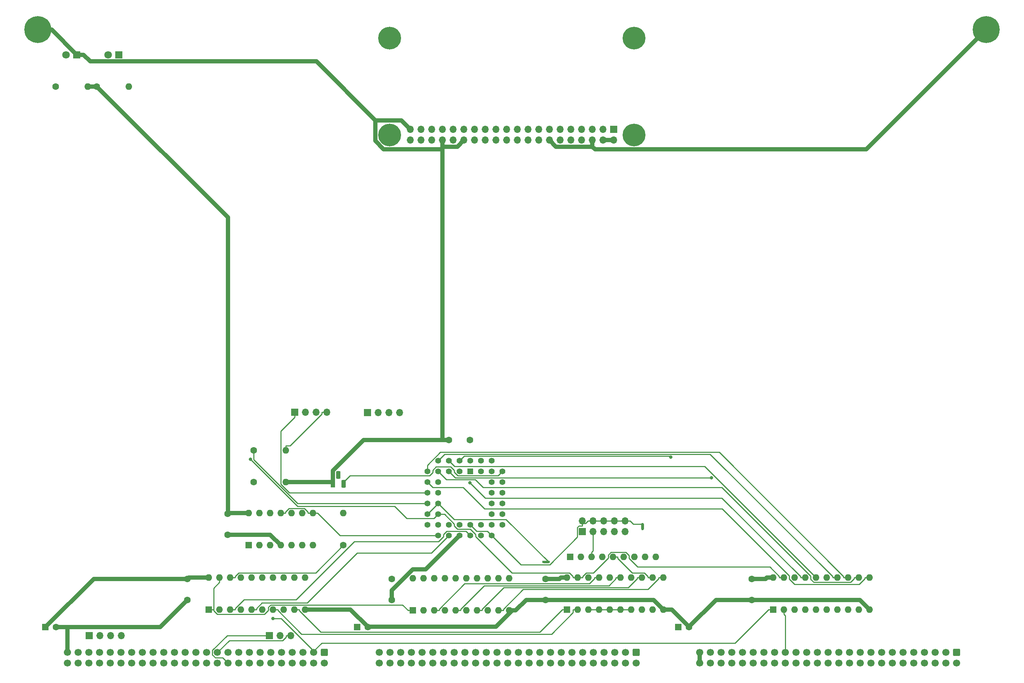
<source format=gbr>
%TF.GenerationSoftware,KiCad,Pcbnew,(6.0.11)*%
%TF.CreationDate,2023-12-17T12:14:55-05:00*%
%TF.ProjectId,input-output.SelfHost,696e7075-742d-46f7-9574-7075742e5365,rev?*%
%TF.SameCoordinates,Original*%
%TF.FileFunction,Copper,L1,Top*%
%TF.FilePolarity,Positive*%
%FSLAX46Y46*%
G04 Gerber Fmt 4.6, Leading zero omitted, Abs format (unit mm)*
G04 Created by KiCad (PCBNEW (6.0.11)) date 2023-12-17 12:14:55*
%MOMM*%
%LPD*%
G01*
G04 APERTURE LIST*
G04 Aperture macros list*
%AMRoundRect*
0 Rectangle with rounded corners*
0 $1 Rounding radius*
0 $2 $3 $4 $5 $6 $7 $8 $9 X,Y pos of 4 corners*
0 Add a 4 corners polygon primitive as box body*
4,1,4,$2,$3,$4,$5,$6,$7,$8,$9,$2,$3,0*
0 Add four circle primitives for the rounded corners*
1,1,$1+$1,$2,$3*
1,1,$1+$1,$4,$5*
1,1,$1+$1,$6,$7*
1,1,$1+$1,$8,$9*
0 Add four rect primitives between the rounded corners*
20,1,$1+$1,$2,$3,$4,$5,0*
20,1,$1+$1,$4,$5,$6,$7,0*
20,1,$1+$1,$6,$7,$8,$9,0*
20,1,$1+$1,$8,$9,$2,$3,0*%
G04 Aperture macros list end*
%TA.AperFunction,ComponentPad*%
%ADD10C,6.400000*%
%TD*%
%TA.AperFunction,ComponentPad*%
%ADD11RoundRect,0.250000X-0.600000X0.600000X-0.600000X-0.600000X0.600000X-0.600000X0.600000X0.600000X0*%
%TD*%
%TA.AperFunction,ComponentPad*%
%ADD12C,1.700000*%
%TD*%
%TA.AperFunction,ComponentPad*%
%ADD13R,1.700000X1.700000*%
%TD*%
%TA.AperFunction,ComponentPad*%
%ADD14O,1.700000X1.700000*%
%TD*%
%TA.AperFunction,ComponentPad*%
%ADD15C,5.400000*%
%TD*%
%TA.AperFunction,ComponentPad*%
%ADD16C,1.600000*%
%TD*%
%TA.AperFunction,ComponentPad*%
%ADD17O,1.600000X1.600000*%
%TD*%
%TA.AperFunction,ComponentPad*%
%ADD18R,1.600000X1.600000*%
%TD*%
%TA.AperFunction,ComponentPad*%
%ADD19R,1.800000X1.800000*%
%TD*%
%TA.AperFunction,ComponentPad*%
%ADD20C,1.800000*%
%TD*%
%TA.AperFunction,ComponentPad*%
%ADD21C,0.600000*%
%TD*%
%TA.AperFunction,ComponentPad*%
%ADD22R,1.422400X1.422400*%
%TD*%
%TA.AperFunction,ComponentPad*%
%ADD23C,1.422400*%
%TD*%
%TA.AperFunction,ComponentPad*%
%ADD24R,1.100000X1.800000*%
%TD*%
%TA.AperFunction,ComponentPad*%
%ADD25RoundRect,0.275000X-0.275000X-0.625000X0.275000X-0.625000X0.275000X0.625000X-0.275000X0.625000X0*%
%TD*%
%TA.AperFunction,ViaPad*%
%ADD26C,0.800000*%
%TD*%
%TA.AperFunction,Conductor*%
%ADD27C,0.250000*%
%TD*%
%TA.AperFunction,Conductor*%
%ADD28C,1.000000*%
%TD*%
G04 APERTURE END LIST*
%TO.C,NT1*%
G36*
X161200000Y-201800000D02*
G01*
X160000000Y-201800000D01*
X160000000Y-201200000D01*
X161200000Y-201200000D01*
X161200000Y-201800000D01*
G37*
%TO.C,NT2*%
G36*
X183800000Y-193700000D02*
G01*
X183200000Y-193700000D01*
X183200000Y-192500000D01*
X183800000Y-192500000D01*
X183800000Y-193700000D01*
G37*
%TD*%
D10*
%TO.P,H2,1,1*%
%TO.N,GND*%
X265000000Y-75000000D03*
%TD*%
%TO.P,H1,1,1*%
%TO.N,GND*%
X40000000Y-75000000D03*
%TD*%
D11*
%TO.P,P2,1,Pin_1*%
%TO.N,VCC*%
X182000000Y-223000000D03*
D12*
%TO.P,P2,2,Pin_2*%
X182000000Y-225540000D03*
%TO.P,P2,3,Pin_3*%
%TO.N,/bus/A15*%
X179460000Y-223000000D03*
%TO.P,P2,4,Pin_4*%
%TO.N,/bus/A31*%
X179460000Y-225540000D03*
%TO.P,P2,5,Pin_5*%
%TO.N,/bus/A14*%
X176920000Y-223000000D03*
%TO.P,P2,6,Pin_6*%
%TO.N,/bus/A30*%
X176920000Y-225540000D03*
%TO.P,P2,7,Pin_7*%
%TO.N,/bus/A13*%
X174380000Y-223000000D03*
%TO.P,P2,8,Pin_8*%
%TO.N,/bus/A29*%
X174380000Y-225540000D03*
%TO.P,P2,9,Pin_9*%
%TO.N,/bus/A12*%
X171840000Y-223000000D03*
%TO.P,P2,10,Pin_10*%
%TO.N,/bus/A28*%
X171840000Y-225540000D03*
%TO.P,P2,11,Pin_11*%
%TO.N,/bus/A11*%
X169300000Y-223000000D03*
%TO.P,P2,12,Pin_12*%
%TO.N,/bus/A27*%
X169300000Y-225540000D03*
%TO.P,P2,13,Pin_13*%
%TO.N,/bus/A10*%
X166760000Y-223000000D03*
%TO.P,P2,14,Pin_14*%
%TO.N,/bus/A26*%
X166760000Y-225540000D03*
%TO.P,P2,15,Pin_15*%
%TO.N,/bus/A9*%
X164220000Y-223000000D03*
%TO.P,P2,16,Pin_16*%
%TO.N,/bus/A25*%
X164220000Y-225540000D03*
%TO.P,P2,17,Pin_17*%
%TO.N,/bus/A8*%
X161680000Y-223000000D03*
%TO.P,P2,18,Pin_18*%
%TO.N,/bus/A24*%
X161680000Y-225540000D03*
%TO.P,P2,19,Pin_19*%
%TO.N,+12V*%
X159140000Y-223000000D03*
%TO.P,P2,20,Pin_20*%
X159140000Y-225540000D03*
%TO.P,P2,21,Pin_21*%
%TO.N,A7*%
X156600000Y-223000000D03*
%TO.P,P2,22,Pin_22*%
%TO.N,/bus/A23*%
X156600000Y-225540000D03*
%TO.P,P2,23,Pin_23*%
%TO.N,A6*%
X154060000Y-223000000D03*
%TO.P,P2,24,Pin_24*%
%TO.N,/bus/A22*%
X154060000Y-225540000D03*
%TO.P,P2,25,Pin_25*%
%TO.N,A5*%
X151520000Y-223000000D03*
%TO.P,P2,26,Pin_26*%
%TO.N,/bus/A21*%
X151520000Y-225540000D03*
%TO.P,P2,27,Pin_27*%
%TO.N,A4*%
X148980000Y-223000000D03*
%TO.P,P2,28,Pin_28*%
%TO.N,/bus/A20*%
X148980000Y-225540000D03*
%TO.P,P2,29,Pin_29*%
%TO.N,A3*%
X146440000Y-223000000D03*
%TO.P,P2,30,Pin_30*%
%TO.N,/bus/A19*%
X146440000Y-225540000D03*
%TO.P,P2,31,Pin_31*%
%TO.N,A2*%
X143900000Y-223000000D03*
%TO.P,P2,32,Pin_32*%
%TO.N,/bus/A18*%
X143900000Y-225540000D03*
%TO.P,P2,33,Pin_33*%
%TO.N,A1*%
X141360000Y-223000000D03*
%TO.P,P2,34,Pin_34*%
%TO.N,/bus/A17*%
X141360000Y-225540000D03*
%TO.P,P2,35,Pin_35*%
%TO.N,A0*%
X138820000Y-223000000D03*
%TO.P,P2,36,Pin_36*%
%TO.N,/bus/A16*%
X138820000Y-225540000D03*
%TO.P,P2,37,Pin_37*%
%TO.N,-12V*%
X136280000Y-223000000D03*
%TO.P,P2,38,Pin_38*%
X136280000Y-225540000D03*
%TO.P,P2,39,Pin_39*%
%TO.N,/bus/IC3*%
X133740000Y-223000000D03*
%TO.P,P2,40,Pin_40*%
%TO.N,/bus/~{TEND1}*%
X133740000Y-225540000D03*
%TO.P,P2,41,Pin_41*%
%TO.N,/bus/IC2*%
X131200000Y-223000000D03*
%TO.P,P2,42,Pin_42*%
%TO.N,/bus/~{DREQ1}*%
X131200000Y-225540000D03*
%TO.P,P2,43,Pin_43*%
%TO.N,/bus/IC1*%
X128660000Y-223000000D03*
%TO.P,P2,44,Pin_44*%
%TO.N,/bus/~{TEND0}*%
X128660000Y-225540000D03*
%TO.P,P2,45,Pin_45*%
%TO.N,/bus/IC0*%
X126120000Y-223000000D03*
%TO.P,P2,46,Pin_46*%
%TO.N,/bus/~{DREQ0}*%
X126120000Y-225540000D03*
%TO.P,P2,47,Pin_47*%
%TO.N,/bus/AUXCLK1*%
X123580000Y-223000000D03*
%TO.P,P2,48,Pin_48*%
%TO.N,/bus/AUXCLK0*%
X123580000Y-225540000D03*
%TO.P,P2,49,Pin_49*%
%TO.N,GND*%
X121040000Y-223000000D03*
%TO.P,P2,50,Pin_50*%
X121040000Y-225540000D03*
%TD*%
D11*
%TO.P,P3,1,Pin_1*%
%TO.N,VCC*%
X258000000Y-223000000D03*
D12*
%TO.P,P3,2,Pin_2*%
X258000000Y-225540000D03*
%TO.P,P3,3,Pin_3*%
%TO.N,/bus/D15*%
X255460000Y-223000000D03*
%TO.P,P3,4,Pin_4*%
%TO.N,/bus/D31*%
X255460000Y-225540000D03*
%TO.P,P3,5,Pin_5*%
%TO.N,/bus/D14*%
X252920000Y-223000000D03*
%TO.P,P3,6,Pin_6*%
%TO.N,/bus/D30*%
X252920000Y-225540000D03*
%TO.P,P3,7,Pin_7*%
%TO.N,/bus/D13*%
X250380000Y-223000000D03*
%TO.P,P3,8,Pin_8*%
%TO.N,/bus/D29*%
X250380000Y-225540000D03*
%TO.P,P3,9,Pin_9*%
%TO.N,/bus/D12*%
X247840000Y-223000000D03*
%TO.P,P3,10,Pin_10*%
%TO.N,/bus/D28*%
X247840000Y-225540000D03*
%TO.P,P3,11,Pin_11*%
%TO.N,/bus/D11*%
X245300000Y-223000000D03*
%TO.P,P3,12,Pin_12*%
%TO.N,/bus/D27*%
X245300000Y-225540000D03*
%TO.P,P3,13,Pin_13*%
%TO.N,/bus/D10*%
X242760000Y-223000000D03*
%TO.P,P3,14,Pin_14*%
%TO.N,/bus/D26*%
X242760000Y-225540000D03*
%TO.P,P3,15,Pin_15*%
%TO.N,/bus/D9*%
X240220000Y-223000000D03*
%TO.P,P3,16,Pin_16*%
%TO.N,/bus/D25*%
X240220000Y-225540000D03*
%TO.P,P3,17,Pin_17*%
%TO.N,/bus/D8*%
X237680000Y-223000000D03*
%TO.P,P3,18,Pin_18*%
%TO.N,/bus/D24*%
X237680000Y-225540000D03*
%TO.P,P3,19,Pin_19*%
%TO.N,D7*%
X235140000Y-223000000D03*
%TO.P,P3,20,Pin_20*%
%TO.N,/bus/D23*%
X235140000Y-225540000D03*
%TO.P,P3,21,Pin_21*%
%TO.N,D6*%
X232600000Y-223000000D03*
%TO.P,P3,22,Pin_22*%
%TO.N,/bus/D22*%
X232600000Y-225540000D03*
%TO.P,P3,23,Pin_23*%
%TO.N,D5*%
X230060000Y-223000000D03*
%TO.P,P3,24,Pin_24*%
%TO.N,/bus/D21*%
X230060000Y-225540000D03*
%TO.P,P3,25,Pin_25*%
%TO.N,D4*%
X227520000Y-223000000D03*
%TO.P,P3,26,Pin_26*%
%TO.N,/bus/D20*%
X227520000Y-225540000D03*
%TO.P,P3,27,Pin_27*%
%TO.N,D3*%
X224980000Y-223000000D03*
%TO.P,P3,28,Pin_28*%
%TO.N,/bus/D19*%
X224980000Y-225540000D03*
%TO.P,P3,29,Pin_29*%
%TO.N,D2*%
X222440000Y-223000000D03*
%TO.P,P3,30,Pin_30*%
%TO.N,/bus/D18*%
X222440000Y-225540000D03*
%TO.P,P3,31,Pin_31*%
%TO.N,D1*%
X219900000Y-223000000D03*
%TO.P,P3,32,Pin_32*%
%TO.N,/bus/D17*%
X219900000Y-225540000D03*
%TO.P,P3,33,Pin_33*%
%TO.N,D0*%
X217360000Y-223000000D03*
%TO.P,P3,34,Pin_34*%
%TO.N,/bus/D16*%
X217360000Y-225540000D03*
%TO.P,P3,35,Pin_35*%
%TO.N,/bus/~{BUSERR}*%
X214820000Y-223000000D03*
%TO.P,P3,36,Pin_36*%
%TO.N,/bus/UDS*%
X214820000Y-225540000D03*
%TO.P,P3,37,Pin_37*%
%TO.N,/bus/~{VPA}*%
X212280000Y-223000000D03*
%TO.P,P3,38,Pin_38*%
%TO.N,/bus/LDS*%
X212280000Y-225540000D03*
%TO.P,P3,39,Pin_39*%
%TO.N,/bus/~{VMA}*%
X209740000Y-223000000D03*
%TO.P,P3,40,Pin_40*%
%TO.N,/bus/S2*%
X209740000Y-225540000D03*
%TO.P,P3,41,Pin_41*%
%TO.N,/bus/~{BHE}*%
X207200000Y-223000000D03*
%TO.P,P3,42,Pin_42*%
%TO.N,/bus/S1*%
X207200000Y-225540000D03*
%TO.P,P3,43,Pin_43*%
%TO.N,/bus/IPL2*%
X204660000Y-223000000D03*
%TO.P,P3,44,Pin_44*%
%TO.N,/bus/S0*%
X204660000Y-225540000D03*
%TO.P,P3,45,Pin_45*%
%TO.N,/bus/IPL1*%
X202120000Y-223000000D03*
%TO.P,P3,46,Pin_46*%
%TO.N,/bus/AUXCLK3*%
X202120000Y-225540000D03*
%TO.P,P3,47,Pin_47*%
%TO.N,/bus/IPL0*%
X199580000Y-223000000D03*
%TO.P,P3,48,Pin_48*%
%TO.N,/bus/AUXCLK2*%
X199580000Y-225540000D03*
%TO.P,P3,49,Pin_49*%
%TO.N,GND*%
X197040000Y-223000000D03*
%TO.P,P3,50,Pin_50*%
X197040000Y-225540000D03*
%TD*%
D11*
%TO.P,P1,1,Pin_1*%
%TO.N,VCC*%
X108000000Y-223000000D03*
D12*
%TO.P,P1,2,Pin_2*%
X108000000Y-225540000D03*
%TO.P,P1,3,Pin_3*%
%TO.N,~{RD}*%
X105460000Y-223000000D03*
%TO.P,P1,4,Pin_4*%
%TO.N,/bus/E*%
X105460000Y-225540000D03*
%TO.P,P1,5,Pin_5*%
%TO.N,~{WR}*%
X102920000Y-223000000D03*
%TO.P,P1,6,Pin_6*%
%TO.N,/bus/ST*%
X102920000Y-225540000D03*
%TO.P,P1,7,Pin_7*%
%TO.N,~{IORQ}*%
X100380000Y-223000000D03*
%TO.P,P1,8,Pin_8*%
%TO.N,/bus/PHI*%
X100380000Y-225540000D03*
%TO.P,P1,9,Pin_9*%
%TO.N,/bus/~{MREQ}*%
X97840000Y-223000000D03*
%TO.P,P1,10,Pin_10*%
%TO.N,/bus/~{INT2}*%
X97840000Y-225540000D03*
%TO.P,P1,11,Pin_11*%
%TO.N,~{M1}*%
X95300000Y-223000000D03*
%TO.P,P1,12,Pin_12*%
%TO.N,/bus/~{INT1}*%
X95300000Y-225540000D03*
%TO.P,P1,13,Pin_13*%
%TO.N,/bus/~{BUSACK}*%
X92760000Y-223000000D03*
%TO.P,P1,14,Pin_14*%
%TO.N,/bus/CRUCLK*%
X92760000Y-225540000D03*
%TO.P,P1,15,Pin_15*%
%TO.N,/bus/CLK*%
X90220000Y-223000000D03*
%TO.P,P1,16,Pin_16*%
%TO.N,/bus/CRUOUT*%
X90220000Y-225540000D03*
%TO.P,P1,17,Pin_17*%
%TO.N,/bus/~{INT0}*%
X87680000Y-223000000D03*
%TO.P,P1,18,Pin_18*%
%TO.N,/bus/CRUIN*%
X87680000Y-225540000D03*
%TO.P,P1,19,Pin_19*%
%TO.N,/bus/~{NMI}*%
X85140000Y-223000000D03*
%TO.P,P1,20,Pin_20*%
%TO.N,~{RES_IN}*%
X85140000Y-225540000D03*
%TO.P,P1,21,Pin_21*%
%TO.N,~{RES_OUT}*%
X82600000Y-223000000D03*
%TO.P,P1,22,Pin_22*%
%TO.N,/bus/USER8*%
X82600000Y-225540000D03*
%TO.P,P1,23,Pin_23*%
%TO.N,/bus/~{BUSRQ}*%
X80060000Y-223000000D03*
%TO.P,P1,24,Pin_24*%
%TO.N,/bus/USER7*%
X80060000Y-225540000D03*
%TO.P,P1,25,Pin_25*%
%TO.N,/bus/~{WAIT}*%
X77520000Y-223000000D03*
%TO.P,P1,26,Pin_26*%
%TO.N,/bus/USER6*%
X77520000Y-225540000D03*
%TO.P,P1,27,Pin_27*%
%TO.N,/bus/~{HALT}*%
X74980000Y-223000000D03*
%TO.P,P1,28,Pin_28*%
%TO.N,/bus/USER5*%
X74980000Y-225540000D03*
%TO.P,P1,29,Pin_29*%
%TO.N,/bus/~{RFSH}*%
X72440000Y-223000000D03*
%TO.P,P1,30,Pin_30*%
%TO.N,/bus/USER4*%
X72440000Y-225540000D03*
%TO.P,P1,31,Pin_31*%
%TO.N,/bus/~{EIRQ7}*%
X69900000Y-223000000D03*
%TO.P,P1,32,Pin_32*%
%TO.N,/bus/USER3*%
X69900000Y-225540000D03*
%TO.P,P1,33,Pin_33*%
%TO.N,/bus/~{EIRQ6}*%
X67360000Y-223000000D03*
%TO.P,P1,34,Pin_34*%
%TO.N,/bus/USER2*%
X67360000Y-225540000D03*
%TO.P,P1,35,Pin_35*%
%TO.N,/bus/~{EIRQ5}*%
X64820000Y-223000000D03*
%TO.P,P1,36,Pin_36*%
%TO.N,/bus/USER1*%
X64820000Y-225540000D03*
%TO.P,P1,37,Pin_37*%
%TO.N,/bus/~{EIRQ4}*%
X62280000Y-223000000D03*
%TO.P,P1,38,Pin_38*%
%TO.N,/bus/USER0*%
X62280000Y-225540000D03*
%TO.P,P1,39,Pin_39*%
%TO.N,/bus/~{EIRQ3}*%
X59740000Y-223000000D03*
%TO.P,P1,40,Pin_40*%
%TO.N,~{BAI}*%
X59740000Y-225540000D03*
%TO.P,P1,41,Pin_41*%
%TO.N,/bus/~{EIRQ2}*%
X57200000Y-223000000D03*
%TO.P,P1,42,Pin_42*%
%TO.N,~{BAO}*%
X57200000Y-225540000D03*
%TO.P,P1,43,Pin_43*%
%TO.N,/bus/~{EIRQ1}*%
X54660000Y-223000000D03*
%TO.P,P1,44,Pin_44*%
%TO.N,~{IEI}*%
X54660000Y-225540000D03*
%TO.P,P1,45,Pin_45*%
%TO.N,/bus/~{EIRQ0}*%
X52120000Y-223000000D03*
%TO.P,P1,46,Pin_46*%
%TO.N,~{IEO}*%
X52120000Y-225540000D03*
%TO.P,P1,47,Pin_47*%
%TO.N,I2C_SCL*%
X49580000Y-223000000D03*
%TO.P,P1,48,Pin_48*%
%TO.N,I2C_SDA*%
X49580000Y-225540000D03*
%TO.P,P1,49,Pin_49*%
%TO.N,GND*%
X47040000Y-223000000D03*
%TO.P,P1,50,Pin_50*%
X47040000Y-225540000D03*
%TD*%
D13*
%TO.P,J1,1,Pin_1*%
%TO.N,unconnected-(J1-Pad1)*%
X176650000Y-98700000D03*
D14*
%TO.P,J1,2,Pin_2*%
%TO.N,VCC*%
X176650000Y-101240000D03*
%TO.P,J1,3,Pin_3*%
%TO.N,Net-(J1-Pad3)*%
X174110000Y-98700000D03*
%TO.P,J1,4,Pin_4*%
%TO.N,VCC*%
X174110000Y-101240000D03*
%TO.P,J1,5,Pin_5*%
%TO.N,Net-(J1-Pad5)*%
X171570000Y-98700000D03*
%TO.P,J1,6,Pin_6*%
%TO.N,GND*%
X171570000Y-101240000D03*
%TO.P,J1,7,Pin_7*%
%TO.N,unconnected-(J1-Pad7)*%
X169030000Y-98700000D03*
%TO.P,J1,8,Pin_8*%
%TO.N,Net-(J1-Pad8)*%
X169030000Y-101240000D03*
%TO.P,J1,9,Pin_9*%
%TO.N,GND*%
X166490000Y-98700000D03*
%TO.P,J1,10,Pin_10*%
%TO.N,Net-(J1-Pad10)*%
X166490000Y-101240000D03*
%TO.P,J1,11,Pin_11*%
%TO.N,unconnected-(J1-Pad11)*%
X163950000Y-98700000D03*
%TO.P,J1,12,Pin_12*%
%TO.N,unconnected-(J1-Pad12)*%
X163950000Y-101240000D03*
%TO.P,J1,13,Pin_13*%
%TO.N,unconnected-(J1-Pad13)*%
X161410000Y-98700000D03*
%TO.P,J1,14,Pin_14*%
%TO.N,GND*%
X161410000Y-101240000D03*
%TO.P,J1,15,Pin_15*%
%TO.N,unconnected-(J1-Pad15)*%
X158870000Y-98700000D03*
%TO.P,J1,16,Pin_16*%
%TO.N,unconnected-(J1-Pad16)*%
X158870000Y-101240000D03*
%TO.P,J1,17,Pin_17*%
%TO.N,unconnected-(J1-Pad17)*%
X156330000Y-98700000D03*
%TO.P,J1,18,Pin_18*%
%TO.N,unconnected-(J1-Pad18)*%
X156330000Y-101240000D03*
%TO.P,J1,19,Pin_19*%
%TO.N,unconnected-(J1-Pad19)*%
X153790000Y-98700000D03*
%TO.P,J1,20,Pin_20*%
%TO.N,GND*%
X153790000Y-101240000D03*
%TO.P,J1,21,Pin_21*%
%TO.N,unconnected-(J1-Pad21)*%
X151250000Y-98700000D03*
%TO.P,J1,22,Pin_22*%
%TO.N,unconnected-(J1-Pad22)*%
X151250000Y-101240000D03*
%TO.P,J1,23,Pin_23*%
%TO.N,unconnected-(J1-Pad23)*%
X148710000Y-98700000D03*
%TO.P,J1,24,Pin_24*%
%TO.N,unconnected-(J1-Pad24)*%
X148710000Y-101240000D03*
%TO.P,J1,25,Pin_25*%
%TO.N,GND*%
X146170000Y-98700000D03*
%TO.P,J1,26,Pin_26*%
%TO.N,unconnected-(J1-Pad26)*%
X146170000Y-101240000D03*
%TO.P,J1,27,Pin_27*%
%TO.N,unconnected-(J1-Pad27)*%
X143630000Y-98700000D03*
%TO.P,J1,28,Pin_28*%
%TO.N,unconnected-(J1-Pad28)*%
X143630000Y-101240000D03*
%TO.P,J1,29,Pin_29*%
%TO.N,unconnected-(J1-Pad29)*%
X141090000Y-98700000D03*
%TO.P,J1,30,Pin_30*%
%TO.N,GND*%
X141090000Y-101240000D03*
%TO.P,J1,31,Pin_31*%
%TO.N,unconnected-(J1-Pad31)*%
X138550000Y-98700000D03*
%TO.P,J1,32,Pin_32*%
%TO.N,unconnected-(J1-Pad32)*%
X138550000Y-101240000D03*
%TO.P,J1,33,Pin_33*%
%TO.N,unconnected-(J1-Pad33)*%
X136010000Y-98700000D03*
%TO.P,J1,34,Pin_34*%
%TO.N,GND*%
X136010000Y-101240000D03*
%TO.P,J1,35,Pin_35*%
%TO.N,unconnected-(J1-Pad35)*%
X133470000Y-98700000D03*
%TO.P,J1,36,Pin_36*%
%TO.N,unconnected-(J1-Pad36)*%
X133470000Y-101240000D03*
%TO.P,J1,37,Pin_37*%
%TO.N,unconnected-(J1-Pad37)*%
X130930000Y-98700000D03*
%TO.P,J1,38,Pin_38*%
%TO.N,unconnected-(J1-Pad38)*%
X130930000Y-101240000D03*
%TO.P,J1,39,Pin_39*%
%TO.N,GND*%
X128390000Y-98700000D03*
%TO.P,J1,40,Pin_40*%
%TO.N,unconnected-(J1-Pad40)*%
X128390000Y-101240000D03*
D15*
%TO.P,J1,41,MH*%
%TO.N,unconnected-(J1-Pad41)*%
X181500000Y-100000000D03*
%TO.P,J1,42,MH*%
%TO.N,unconnected-(J1-Pad42)*%
X123500000Y-100000000D03*
%TO.P,J1,43,MH*%
%TO.N,unconnected-(J1-Pad43)*%
X181500000Y-77000000D03*
%TO.P,J1,44,MH*%
%TO.N,unconnected-(J1-Pad44)*%
X123500000Y-77000000D03*
%TD*%
D16*
%TO.P,R2,1*%
%TO.N,/UART/TX*%
X91190000Y-175000000D03*
D17*
%TO.P,R2,2*%
%TO.N,TX-3.3*%
X98810000Y-175000000D03*
%TD*%
D18*
%TO.P,C22,1*%
%TO.N,VCC*%
X115794900Y-217000000D03*
D16*
%TO.P,C22,2*%
%TO.N,GND*%
X118294900Y-217000000D03*
%TD*%
%TO.P,C10,1*%
%TO.N,VCC*%
X142500000Y-172500000D03*
%TO.P,C10,2*%
%TO.N,GND*%
X137500000Y-172500000D03*
%TD*%
D13*
%TO.P,J2,1,Pin_1*%
%TO.N,I2C_SDA*%
X118200000Y-166000000D03*
D14*
%TO.P,J2,2,Pin_2*%
%TO.N,Net-(J1-Pad3)*%
X120740000Y-166000000D03*
%TO.P,J2,3,Pin_3*%
%TO.N,Net-(J1-Pad5)*%
X123280000Y-166000000D03*
%TO.P,J2,4,Pin_4*%
%TO.N,I2C_SCL*%
X125820000Y-166000000D03*
%TD*%
D19*
%TO.P,D1,1,K*%
%TO.N,GND*%
X49250000Y-80950000D03*
D20*
%TO.P,D1,2,A*%
%TO.N,Net-(D1-Pad2)*%
X46710000Y-80950000D03*
%TD*%
D16*
%TO.P,C14,1*%
%TO.N,VCC*%
X160500000Y-205500000D03*
%TO.P,C14,2*%
%TO.N,GND*%
X160500000Y-210500000D03*
%TD*%
D18*
%TO.P,C20,1*%
%TO.N,VCC*%
X192000000Y-217000000D03*
D16*
%TO.P,C20,2*%
%TO.N,GND*%
X194500000Y-217000000D03*
%TD*%
D18*
%TO.P,U21,1,G*%
%TO.N,~{bIORQ}*%
X165575000Y-212800000D03*
D17*
%TO.P,U21,2,P0*%
%TO.N,~{bM1}*%
X168115000Y-212800000D03*
%TO.P,U21,3,R0*%
%TO.N,Net-(RN1-Pad9)*%
X170655000Y-212800000D03*
%TO.P,U21,4,P1*%
X173195000Y-212800000D03*
%TO.P,U21,5,R1*%
X175735000Y-212800000D03*
%TO.P,U21,6,P2*%
X178275000Y-212800000D03*
%TO.P,U21,7,R2*%
X180815000Y-212800000D03*
%TO.P,U21,8,P3*%
%TO.N,bA3*%
X183355000Y-212800000D03*
%TO.P,U21,9,R3*%
%TO.N,Net-(RN1-Pad6)*%
X185895000Y-212800000D03*
%TO.P,U21,10,GND*%
%TO.N,GND*%
X188435000Y-212800000D03*
%TO.P,U21,11,P4*%
%TO.N,bA4*%
X188435000Y-205180000D03*
%TO.P,U21,12,R4*%
%TO.N,Net-(RN1-Pad5)*%
X185895000Y-205180000D03*
%TO.P,U21,13,P5*%
%TO.N,bA5*%
X183355000Y-205180000D03*
%TO.P,U21,14,R5*%
%TO.N,Net-(RN1-Pad4)*%
X180815000Y-205180000D03*
%TO.P,U21,15,P6*%
%TO.N,bA6*%
X178275000Y-205180000D03*
%TO.P,U21,16,R6*%
%TO.N,Net-(RN1-Pad3)*%
X175735000Y-205180000D03*
%TO.P,U21,17,P7*%
%TO.N,bA7*%
X173195000Y-205180000D03*
%TO.P,U21,18,R7*%
%TO.N,Net-(RN1-Pad2)*%
X170655000Y-205180000D03*
%TO.P,U21,19,P=R*%
%TO.N,~{CS-UART}*%
X168115000Y-205180000D03*
%TO.P,U21,20,VCC*%
%TO.N,VCC*%
X165575000Y-205180000D03*
%TD*%
D16*
%TO.P,C9,1*%
%TO.N,VCC*%
X85000000Y-190000000D03*
%TO.P,C9,2*%
%TO.N,GND*%
X85000000Y-195000000D03*
%TD*%
D13*
%TO.P,J9,1,Pin_1*%
%TO.N,~{RES_IN}*%
X94975000Y-219000000D03*
D14*
%TO.P,J9,2,Pin_2*%
%TO.N,Net-(J9-Pad2)*%
X97515000Y-219000000D03*
%TO.P,J9,3,Pin_3*%
%TO.N,~{RES_OUT}*%
X100055000Y-219000000D03*
%TD*%
D16*
%TO.P,R1,1*%
%TO.N,Net-(D1-Pad2)*%
X44190000Y-88500000D03*
D17*
%TO.P,R1,2*%
%TO.N,VCC*%
X51810000Y-88500000D03*
%TD*%
D18*
%TO.P,U14,1,A->B*%
%TO.N,~{RD}*%
X214500000Y-212800000D03*
D17*
%TO.P,U14,2,A0*%
%TO.N,D0*%
X217040000Y-212800000D03*
%TO.P,U14,3,A1*%
%TO.N,D1*%
X219580000Y-212800000D03*
%TO.P,U14,4,A2*%
%TO.N,D2*%
X222120000Y-212800000D03*
%TO.P,U14,5,A3*%
%TO.N,D3*%
X224660000Y-212800000D03*
%TO.P,U14,6,A4*%
%TO.N,D4*%
X227200000Y-212800000D03*
%TO.P,U14,7,A5*%
%TO.N,D5*%
X229740000Y-212800000D03*
%TO.P,U14,8,A6*%
%TO.N,D6*%
X232280000Y-212800000D03*
%TO.P,U14,9,A7*%
%TO.N,D7*%
X234820000Y-212800000D03*
%TO.P,U14,10,GND*%
%TO.N,GND*%
X237360000Y-212800000D03*
%TO.P,U14,11,B7*%
%TO.N,bD7*%
X237360000Y-205180000D03*
%TO.P,U14,12,B6*%
%TO.N,bD6*%
X234820000Y-205180000D03*
%TO.P,U14,13,B5*%
%TO.N,bD5*%
X232280000Y-205180000D03*
%TO.P,U14,14,B4*%
%TO.N,bD4*%
X229740000Y-205180000D03*
%TO.P,U14,15,B3*%
%TO.N,bD3*%
X227200000Y-205180000D03*
%TO.P,U14,16,B2*%
%TO.N,bD2*%
X224660000Y-205180000D03*
%TO.P,U14,17,B1*%
%TO.N,bD1*%
X222120000Y-205180000D03*
%TO.P,U14,18,B0*%
%TO.N,bD0*%
X219580000Y-205180000D03*
%TO.P,U14,19,CE*%
%TO.N,~{CS-UART}*%
X217040000Y-205180000D03*
%TO.P,U14,20,VCC*%
%TO.N,VCC*%
X214500000Y-205180000D03*
%TD*%
D16*
%TO.P,R4,1*%
%TO.N,~{bRESET}*%
X112500000Y-197500000D03*
D17*
%TO.P,R4,2*%
%TO.N,Net-(Q1-Pad2)*%
X112500000Y-189880000D03*
%TD*%
D18*
%TO.P,C21,1*%
%TO.N,VCC*%
X41794900Y-217000000D03*
D16*
%TO.P,C21,2*%
%TO.N,GND*%
X44294900Y-217000000D03*
%TD*%
%TO.P,R5,1*%
%TO.N,VCC*%
X54000000Y-88500000D03*
D17*
%TO.P,R5,2*%
%TO.N,Net-(D2-Pad2)*%
X61620000Y-88500000D03*
%TD*%
D16*
%TO.P,C12,1*%
%TO.N,VCC*%
X124000000Y-205500000D03*
%TO.P,C12,2*%
%TO.N,GND*%
X124000000Y-210500000D03*
%TD*%
D21*
%TO.P,NT1,1,1*%
%TO.N,VCC*%
X160000000Y-201500000D03*
%TO.P,NT1,2,2*%
%TO.N,ONE*%
X161200000Y-201500000D03*
%TD*%
D13*
%TO.P,P4,1,Pin_1*%
%TO.N,~{IEO}*%
X52200000Y-219000000D03*
D14*
%TO.P,P4,2,Pin_2*%
%TO.N,~{IEI}*%
X54740000Y-219000000D03*
%TO.P,P4,3,Pin_3*%
%TO.N,~{BAO}*%
X57280000Y-219000000D03*
%TO.P,P4,4,Pin_4*%
%TO.N,~{BAI}*%
X59820000Y-219000000D03*
%TD*%
D16*
%TO.P,R3,1*%
%TO.N,TX-3.3*%
X91190000Y-182500000D03*
D17*
%TO.P,R3,2*%
%TO.N,GND*%
X98810000Y-182500000D03*
%TD*%
D13*
%TO.P,SW1,1,Pin_1*%
%TO.N,Net-(RN1-Pad2)*%
X169200000Y-194275000D03*
D14*
%TO.P,SW1,2,Pin_2*%
%TO.N,ZERO*%
X169200000Y-191735000D03*
%TO.P,SW1,3,Pin_3*%
%TO.N,Net-(RN1-Pad3)*%
X171740000Y-194275000D03*
%TO.P,SW1,4,Pin_4*%
%TO.N,ZERO*%
X171740000Y-191735000D03*
%TO.P,SW1,5,Pin_5*%
%TO.N,Net-(RN1-Pad4)*%
X174280000Y-194275000D03*
%TO.P,SW1,6,Pin_6*%
%TO.N,ZERO*%
X174280000Y-191735000D03*
%TO.P,SW1,7,Pin_7*%
%TO.N,Net-(RN1-Pad5)*%
X176820000Y-194275000D03*
%TO.P,SW1,8,Pin_8*%
%TO.N,ZERO*%
X176820000Y-191735000D03*
%TO.P,SW1,9,Pin_9*%
%TO.N,Net-(RN1-Pad6)*%
X179360000Y-194275000D03*
%TO.P,SW1,10,Pin_10*%
%TO.N,ZERO*%
X179360000Y-191735000D03*
%TD*%
D16*
%TO.P,C17,1*%
%TO.N,VCC*%
X75500000Y-205500000D03*
%TO.P,C17,2*%
%TO.N,GND*%
X75500000Y-210500000D03*
%TD*%
D21*
%TO.P,NT2,1,1*%
%TO.N,GND*%
X183500000Y-193700000D03*
%TO.P,NT2,2,2*%
%TO.N,ZERO*%
X183500000Y-192500000D03*
%TD*%
D18*
%TO.P,U2,1,Pin_1*%
%TO.N,VCC*%
X90000000Y-197500000D03*
D17*
%TO.P,U2,2,Pin_2*%
%TO.N,unconnected-(U2-Pad2)*%
X92540000Y-197500000D03*
%TO.P,U2,3,Pin_3*%
%TO.N,unconnected-(U2-Pad3)*%
X95080000Y-197500000D03*
%TO.P,U2,4,Pin_4*%
%TO.N,GND*%
X97620000Y-197500000D03*
%TO.P,U2,5,Pin_5*%
%TO.N,unconnected-(U2-Pad5)*%
X100160000Y-197500000D03*
%TO.P,U2,6,Pin_6*%
%TO.N,unconnected-(U2-Pad6)*%
X102700000Y-197500000D03*
%TO.P,U2,7,Pin_7*%
%TO.N,GND*%
X105240000Y-197500000D03*
%TO.P,U2,8,Pin_8*%
%TO.N,UART-CLK*%
X105240000Y-189880000D03*
%TO.P,U2,9,Pin_9*%
%TO.N,unconnected-(U2-Pad9)*%
X102700000Y-189880000D03*
%TO.P,U2,10,Pin_10*%
%TO.N,unconnected-(U2-Pad10)*%
X100160000Y-189880000D03*
%TO.P,U2,11,Pin_11*%
%TO.N,UART-CLK*%
X97620000Y-189880000D03*
%TO.P,U2,12,Pin_12*%
%TO.N,unconnected-(U2-Pad12)*%
X95080000Y-189880000D03*
%TO.P,U2,13,Pin_13*%
%TO.N,unconnected-(U2-Pad13)*%
X92540000Y-189880000D03*
%TO.P,U2,14,Pin_14*%
%TO.N,VCC*%
X90000000Y-189880000D03*
%TD*%
D18*
%TO.P,U13,1,OEa*%
%TO.N,ZERO*%
X129000000Y-213000000D03*
D17*
%TO.P,U13,2,I0a*%
%TO.N,A0*%
X131540000Y-213000000D03*
%TO.P,U13,3,O3b*%
%TO.N,bA7*%
X134080000Y-213000000D03*
%TO.P,U13,4,I1a*%
%TO.N,A1*%
X136620000Y-213000000D03*
%TO.P,U13,5,O2b*%
%TO.N,bA6*%
X139160000Y-213000000D03*
%TO.P,U13,6,I2a*%
%TO.N,A2*%
X141700000Y-213000000D03*
%TO.P,U13,7,O1b*%
%TO.N,bA5*%
X144240000Y-213000000D03*
%TO.P,U13,8,I3a*%
%TO.N,A3*%
X146780000Y-213000000D03*
%TO.P,U13,9,O0b*%
%TO.N,bA4*%
X149320000Y-213000000D03*
%TO.P,U13,10,GND*%
%TO.N,GND*%
X151860000Y-213000000D03*
%TO.P,U13,11,I0b*%
%TO.N,A4*%
X151860000Y-205380000D03*
%TO.P,U13,12,O3a*%
%TO.N,bA3*%
X149320000Y-205380000D03*
%TO.P,U13,13,I1b*%
%TO.N,A5*%
X146780000Y-205380000D03*
%TO.P,U13,14,O2a*%
%TO.N,bA2*%
X144240000Y-205380000D03*
%TO.P,U13,15,I2b*%
%TO.N,A6*%
X141700000Y-205380000D03*
%TO.P,U13,16,O1a*%
%TO.N,bA1*%
X139160000Y-205380000D03*
%TO.P,U13,17,I3b*%
%TO.N,A7*%
X136620000Y-205380000D03*
%TO.P,U13,18,O0a*%
%TO.N,bA0*%
X134080000Y-205380000D03*
%TO.P,U13,19,OEb*%
%TO.N,ZERO*%
X131540000Y-205380000D03*
%TO.P,U13,20,VCC*%
%TO.N,VCC*%
X129000000Y-205380000D03*
%TD*%
D13*
%TO.P,J3,1,Pin_1*%
%TO.N,RX-3.3*%
X100920000Y-165930000D03*
D14*
%TO.P,J3,2,Pin_2*%
%TO.N,Net-(J1-Pad8)*%
X103460000Y-165930000D03*
%TO.P,J3,3,Pin_3*%
%TO.N,Net-(J1-Pad10)*%
X106000000Y-165930000D03*
%TO.P,J3,4,Pin_4*%
%TO.N,TX-3.3*%
X108540000Y-165930000D03*
%TD*%
D18*
%TO.P,U15,1,OEa*%
%TO.N,ZERO*%
X80575000Y-212800000D03*
D17*
%TO.P,U15,2,I0a*%
%TO.N,Net-(J9-Pad2)*%
X83115000Y-212800000D03*
%TO.P,U15,3,O3b*%
%TO.N,~{bRD}*%
X85655000Y-212800000D03*
%TO.P,U15,4,I1a*%
%TO.N,unconnected-(U15-Pad4)*%
X88195000Y-212800000D03*
%TO.P,U15,5,O2b*%
%TO.N,~{bWR}*%
X90735000Y-212800000D03*
%TO.P,U15,6,I2a*%
%TO.N,unconnected-(U15-Pad6)*%
X93275000Y-212800000D03*
%TO.P,U15,7,O1b*%
%TO.N,~{bM1}*%
X95815000Y-212800000D03*
%TO.P,U15,8,I3a*%
%TO.N,unconnected-(U15-Pad8)*%
X98355000Y-212800000D03*
%TO.P,U15,9,O0b*%
%TO.N,~{bIORQ}*%
X100895000Y-212800000D03*
%TO.P,U15,10,GND*%
%TO.N,GND*%
X103435000Y-212800000D03*
%TO.P,U15,11,I0b*%
%TO.N,~{IORQ}*%
X103435000Y-205180000D03*
%TO.P,U15,12,O3a*%
%TO.N,unconnected-(U15-Pad12)*%
X100895000Y-205180000D03*
%TO.P,U15,13,I1b*%
%TO.N,~{M1}*%
X98355000Y-205180000D03*
%TO.P,U15,14,O2a*%
%TO.N,unconnected-(U15-Pad14)*%
X95815000Y-205180000D03*
%TO.P,U15,15,I2b*%
%TO.N,~{WR}*%
X93275000Y-205180000D03*
%TO.P,U15,16,O1a*%
%TO.N,unconnected-(U15-Pad16)*%
X90735000Y-205180000D03*
%TO.P,U15,17,I3b*%
%TO.N,~{RD}*%
X88195000Y-205180000D03*
%TO.P,U15,18,O0a*%
%TO.N,~{bRESET}*%
X85655000Y-205180000D03*
%TO.P,U15,19,OEb*%
%TO.N,ZERO*%
X83115000Y-205180000D03*
%TO.P,U15,20,VCC*%
%TO.N,VCC*%
X80575000Y-205180000D03*
%TD*%
D16*
%TO.P,C5,1*%
%TO.N,VCC*%
X209425000Y-205500000D03*
%TO.P,C5,2*%
%TO.N,GND*%
X209425000Y-210500000D03*
%TD*%
D22*
%TO.P,U3,1,nc*%
%TO.N,unconnected-(U3-Pad1)*%
X142620000Y-179960000D03*
D23*
%TO.P,U3,2,D0*%
%TO.N,bD0*%
X140080000Y-177420000D03*
%TO.P,U3,3,D1*%
%TO.N,bD1*%
X140080000Y-179960000D03*
%TO.P,U3,4,D2*%
%TO.N,bD2*%
X137540000Y-177420000D03*
%TO.P,U3,5,D3*%
%TO.N,bD3*%
X137540000Y-179960000D03*
%TO.P,U3,6,D4*%
%TO.N,bD4*%
X135000000Y-177420000D03*
%TO.P,U3,7,D5*%
%TO.N,bD5*%
X132460000Y-179960000D03*
%TO.P,U3,8,D6*%
%TO.N,bD6*%
X135000000Y-179960000D03*
%TO.P,U3,9,D7*%
%TO.N,bD7*%
X132460000Y-182500000D03*
%TO.P,U3,10,RCLK*%
%TO.N,Net-(U3-Pad10)*%
X135000000Y-182500000D03*
%TO.P,U3,11,SIN*%
%TO.N,RX-3.3*%
X132460000Y-185040000D03*
%TO.P,U3,12,nc*%
%TO.N,unconnected-(U3-Pad12)*%
X135000000Y-185040000D03*
%TO.P,U3,13,SOUT*%
%TO.N,/UART/TX*%
X132460000Y-187580000D03*
%TO.P,U3,14,CS0*%
%TO.N,ONE*%
X135000000Y-187580000D03*
%TO.P,U3,15,CS1*%
X132460000Y-190120000D03*
%TO.P,U3,16,~{CS2}*%
%TO.N,~{CS-UART}*%
X135000000Y-190120000D03*
%TO.P,U3,17,~{BAUDOUT}*%
%TO.N,Net-(U3-Pad10)*%
X132460000Y-192660000D03*
%TO.P,U3,18,XIN*%
%TO.N,UART-CLK*%
X135000000Y-195200000D03*
%TO.P,U3,19,XOUT*%
%TO.N,unconnected-(U3-Pad19)*%
X135000000Y-192660000D03*
%TO.P,U3,20,~{WR}*%
%TO.N,~{bWR}*%
X137540000Y-195200000D03*
%TO.P,U3,21,WR*%
%TO.N,ZERO*%
X137540000Y-192660000D03*
%TO.P,U3,22,GND*%
%TO.N,GND*%
X140080000Y-195200000D03*
%TO.P,U3,23,nc*%
%TO.N,unconnected-(U3-Pad23)*%
X140080000Y-192660000D03*
%TO.P,U3,24,~{RD}*%
%TO.N,~{bRD}*%
X142620000Y-195200000D03*
%TO.P,U3,25,RD*%
%TO.N,ZERO*%
X142620000Y-192660000D03*
%TO.P,U3,26,DDIS*%
%TO.N,unconnected-(U3-Pad26)*%
X145160000Y-195200000D03*
%TO.P,U3,27,~{TXRDY}*%
%TO.N,unconnected-(U3-Pad27)*%
X145160000Y-192660000D03*
%TO.P,U3,28,~{ADS}*%
%TO.N,ZERO*%
X147700000Y-195200000D03*
%TO.P,U3,29,A2*%
%TO.N,bA2*%
X150240000Y-192660000D03*
%TO.P,U3,30,A1*%
%TO.N,bA1*%
X147700000Y-192660000D03*
%TO.P,U3,31,A0*%
%TO.N,bA0*%
X150240000Y-190120000D03*
%TO.P,U3,32,~{RXRDY}*%
%TO.N,unconnected-(U3-Pad32)*%
X147700000Y-190120000D03*
%TO.P,U3,33,INTR*%
%TO.N,unconnected-(U3-Pad33)*%
X150240000Y-187580000D03*
%TO.P,U3,34,nc*%
%TO.N,unconnected-(U3-Pad34)*%
X147700000Y-187580000D03*
%TO.P,U3,35,~{OUT2}*%
%TO.N,unconnected-(U3-Pad35)*%
X150240000Y-185040000D03*
%TO.P,U3,36,~{RTS}*%
%TO.N,unconnected-(U3-Pad36)*%
X147700000Y-185040000D03*
%TO.P,U3,37,~{DTR}*%
%TO.N,unconnected-(U3-Pad37)*%
X150240000Y-182500000D03*
%TO.P,U3,38,~{OUT1}*%
%TO.N,unconnected-(U3-Pad38)*%
X147700000Y-182500000D03*
%TO.P,U3,39,MR*%
%TO.N,RESET*%
X150240000Y-179960000D03*
%TO.P,U3,40,~{CTS}*%
%TO.N,ZERO*%
X147700000Y-177420000D03*
%TO.P,U3,41,~{DSR}*%
X147700000Y-179960000D03*
%TO.P,U3,42,~{DCD}*%
X145160000Y-177420000D03*
%TO.P,U3,43,~{RI}*%
%TO.N,ONE*%
X145160000Y-179960000D03*
%TO.P,U3,44,VCC*%
%TO.N,VCC*%
X142620000Y-177420000D03*
%TD*%
D18*
%TO.P,RN1,1,common*%
%TO.N,VCC*%
X166295000Y-200305000D03*
D17*
%TO.P,RN1,2,R1*%
%TO.N,Net-(RN1-Pad2)*%
X168835000Y-200305000D03*
%TO.P,RN1,3,R2*%
%TO.N,Net-(RN1-Pad3)*%
X171375000Y-200305000D03*
%TO.P,RN1,4,R3*%
%TO.N,Net-(RN1-Pad4)*%
X173915000Y-200305000D03*
%TO.P,RN1,5,R4*%
%TO.N,Net-(RN1-Pad5)*%
X176455000Y-200305000D03*
%TO.P,RN1,6,R5*%
%TO.N,Net-(RN1-Pad6)*%
X178995000Y-200305000D03*
%TO.P,RN1,7,R6*%
%TO.N,unconnected-(RN1-Pad7)*%
X181535000Y-200305000D03*
%TO.P,RN1,8,R7*%
%TO.N,RESET*%
X184075000Y-200305000D03*
%TO.P,RN1,9,R8*%
%TO.N,Net-(RN1-Pad9)*%
X186615000Y-200305000D03*
%TD*%
D19*
%TO.P,D2,1,K*%
%TO.N,~{CS-UART}*%
X59250000Y-80950000D03*
D20*
%TO.P,D2,2,A*%
%TO.N,Net-(D2-Pad2)*%
X56710000Y-80950000D03*
%TD*%
D24*
%TO.P,Q1,1,E*%
%TO.N,GND*%
X110000000Y-182900000D03*
D25*
%TO.P,Q1,2,B*%
%TO.N,Net-(Q1-Pad2)*%
X111270000Y-180830000D03*
%TO.P,Q1,3,C*%
%TO.N,RESET*%
X112540000Y-182900000D03*
%TD*%
D26*
%TO.N,~{CS-UART}*%
X90436300Y-177046200D03*
%TO.N,bD0*%
X190165800Y-176609800D03*
%TO.N,bD1*%
X142484100Y-182641500D03*
%TO.N,bD3*%
X199865100Y-181463300D03*
%TO.N,~{RD}*%
X95812700Y-214905700D03*
%TD*%
D27*
%TO.N,~{RES_OUT}*%
X100055000Y-219000000D02*
X98879700Y-219000000D01*
X98879700Y-219367400D02*
X98879700Y-219000000D01*
X98071800Y-220175300D02*
X98879700Y-219367400D01*
X85424700Y-220175300D02*
X98071800Y-220175300D01*
X82600000Y-223000000D02*
X85424700Y-220175300D01*
%TO.N,~{RES_IN}*%
X83870000Y-224270000D02*
X85140000Y-225540000D01*
X82169000Y-224270000D02*
X83870000Y-224270000D01*
X81424600Y-223525600D02*
X82169000Y-224270000D01*
X81424600Y-222499800D02*
X81424600Y-223525600D01*
X84924400Y-219000000D02*
X81424600Y-222499800D01*
X94975000Y-219000000D02*
X84924400Y-219000000D01*
%TO.N,RESET*%
X149187100Y-181012900D02*
X150240000Y-179960000D01*
X139658100Y-181012900D02*
X149187100Y-181012900D01*
X138810000Y-180164800D02*
X139658100Y-181012900D01*
X138810000Y-179736400D02*
X138810000Y-180164800D01*
X137969100Y-178895500D02*
X138810000Y-179736400D01*
X134509600Y-178895500D02*
X137969100Y-178895500D01*
X133730100Y-179675000D02*
X134509600Y-178895500D01*
X133730100Y-180210400D02*
X133730100Y-179675000D01*
X132943900Y-180996600D02*
X133730100Y-180210400D01*
X114043400Y-180996600D02*
X132943900Y-180996600D01*
X112540000Y-182500000D02*
X114043400Y-180996600D01*
%TO.N,~{CS-UART}*%
X169240300Y-204898600D02*
X169240300Y-205180000D01*
X170084200Y-204054700D02*
X169240300Y-204898600D01*
X171795800Y-204054700D02*
X170084200Y-204054700D01*
X175329600Y-200520900D02*
X171795800Y-204054700D01*
X175329600Y-199828800D02*
X175329600Y-200520900D01*
X175980100Y-199178300D02*
X175329600Y-199828800D01*
X179537300Y-199178300D02*
X175980100Y-199178300D01*
X180265000Y-199906000D02*
X179537300Y-199178300D01*
X180265000Y-200632500D02*
X180265000Y-199906000D01*
X182309100Y-202676600D02*
X180265000Y-200632500D01*
X213692600Y-202676600D02*
X182309100Y-202676600D01*
X215914700Y-204898700D02*
X213692600Y-202676600D01*
X215914700Y-205180000D02*
X215914700Y-204898700D01*
X217040000Y-205180000D02*
X215914700Y-205180000D01*
X168115000Y-205180000D02*
X169240300Y-205180000D01*
X168115000Y-205180000D02*
X166989700Y-205180000D01*
X166989700Y-204898600D02*
X166989700Y-205180000D01*
X166145800Y-204054700D02*
X166989700Y-204898600D01*
X152493700Y-204054700D02*
X166145800Y-204054700D01*
X143890000Y-195451000D02*
X152493700Y-204054700D01*
X143890000Y-194979700D02*
X143890000Y-195451000D01*
X142606800Y-193696500D02*
X143890000Y-194979700D01*
X139583100Y-193696500D02*
X142606800Y-193696500D01*
X138810000Y-192923400D02*
X139583100Y-193696500D01*
X138810000Y-192459300D02*
X138810000Y-192923400D01*
X136470700Y-190120000D02*
X138810000Y-192459300D01*
X135000000Y-190120000D02*
X136470700Y-190120000D01*
X133958300Y-191161700D02*
X135000000Y-190120000D01*
X127551300Y-191161700D02*
X133958300Y-191161700D01*
X124622800Y-188233200D02*
X127551300Y-191161700D01*
X101623300Y-188233200D02*
X124622800Y-188233200D01*
X90436300Y-177046200D02*
X101623300Y-188233200D01*
%TO.N,/UART/TX*%
X91190000Y-177159500D02*
X91190000Y-175000000D01*
X101610500Y-187580000D02*
X91190000Y-177159500D01*
X132460000Y-187580000D02*
X101610500Y-187580000D01*
%TO.N,UART-CLK*%
X104114700Y-189598600D02*
X104114700Y-189880000D01*
X103270800Y-188754700D02*
X104114700Y-189598600D01*
X99589300Y-188754700D02*
X103270800Y-188754700D01*
X98745300Y-189598700D02*
X99589300Y-188754700D01*
X98745300Y-189880000D02*
X98745300Y-189598700D01*
X97620000Y-189880000D02*
X98745300Y-189880000D01*
X105240000Y-189880000D02*
X104114700Y-189880000D01*
X111685300Y-195200000D02*
X106365300Y-189880000D01*
X135000000Y-195200000D02*
X111685300Y-195200000D01*
X105240000Y-189880000D02*
X106365300Y-189880000D01*
%TO.N,~{bIORQ}*%
X159080400Y-218169300D02*
X164449700Y-212800000D01*
X107108300Y-218169300D02*
X159080400Y-218169300D01*
X102020300Y-213081300D02*
X107108300Y-218169300D01*
X102020300Y-212800000D02*
X102020300Y-213081300D01*
X100895000Y-212800000D02*
X102020300Y-212800000D01*
X165575000Y-212800000D02*
X164449700Y-212800000D01*
%TO.N,bA4*%
X149320000Y-213000000D02*
X150445300Y-213000000D01*
X188435000Y-205180000D02*
X187309700Y-205180000D01*
X187309700Y-205461300D02*
X187309700Y-205180000D01*
X184764000Y-208007000D02*
X187309700Y-205461300D01*
X155157000Y-208007000D02*
X184764000Y-208007000D01*
X150445300Y-212718700D02*
X155157000Y-208007000D01*
X150445300Y-213000000D02*
X150445300Y-212718700D01*
%TO.N,bA5*%
X144240000Y-213000000D02*
X145365300Y-213000000D01*
X183355000Y-205180000D02*
X182229700Y-205180000D01*
X182229700Y-205461300D02*
X182229700Y-205180000D01*
X180134300Y-207556700D02*
X182229700Y-205461300D01*
X150527300Y-207556700D02*
X180134300Y-207556700D01*
X145365300Y-212718700D02*
X150527300Y-207556700D01*
X145365300Y-213000000D02*
X145365300Y-212718700D01*
%TO.N,bA6*%
X139160000Y-213000000D02*
X140285300Y-213000000D01*
X178275000Y-205180000D02*
X177149700Y-205180000D01*
X177149700Y-205461400D02*
X177149700Y-205180000D01*
X175504700Y-207106400D02*
X177149700Y-205461400D01*
X145897600Y-207106400D02*
X175504700Y-207106400D01*
X140285300Y-212718700D02*
X145897600Y-207106400D01*
X140285300Y-213000000D02*
X140285300Y-212718700D01*
%TO.N,bA7*%
X172069700Y-205461300D02*
X172069700Y-205180000D01*
X170874900Y-206656100D02*
X172069700Y-205461300D01*
X141267900Y-206656100D02*
X170874900Y-206656100D01*
X135205300Y-212718700D02*
X141267900Y-206656100D01*
X135205300Y-213000000D02*
X135205300Y-212718700D01*
X134080000Y-213000000D02*
X135205300Y-213000000D01*
X173195000Y-205180000D02*
X172069700Y-205180000D01*
%TO.N,~{bM1}*%
X166989700Y-213503300D02*
X166989700Y-212800000D01*
X161870500Y-218622500D02*
X166989700Y-213503300D01*
X102584500Y-218622500D02*
X161870500Y-218622500D01*
X96940300Y-212978300D02*
X102584500Y-218622500D01*
X96940300Y-212800000D02*
X96940300Y-212978300D01*
X95815000Y-212800000D02*
X96940300Y-212800000D01*
X168115000Y-212800000D02*
X166989700Y-212800000D01*
%TO.N,~{bRESET}*%
X105945300Y-204054700D02*
X112500000Y-197500000D01*
X87624200Y-204054700D02*
X105945300Y-204054700D01*
X86780300Y-204898600D02*
X87624200Y-204054700D01*
X86780300Y-205180000D02*
X86780300Y-204898600D01*
X85655000Y-205180000D02*
X86780300Y-205180000D01*
%TO.N,bD7*%
X236234700Y-205461300D02*
X236234700Y-205180000D01*
X234923900Y-206772100D02*
X236234700Y-205461300D01*
X219567200Y-206772100D02*
X234923900Y-206772100D01*
X218310000Y-205514900D02*
X219567200Y-206772100D01*
X218310000Y-204788200D02*
X218310000Y-205514900D01*
X202371800Y-188850000D02*
X218310000Y-204788200D01*
X145982800Y-188850000D02*
X202371800Y-188850000D01*
X140902800Y-183770000D02*
X145982800Y-188850000D01*
X133730000Y-183770000D02*
X140902800Y-183770000D01*
X132460000Y-182500000D02*
X133730000Y-183770000D01*
X237360000Y-205180000D02*
X236234700Y-205180000D01*
%TO.N,~{bRD}*%
X86780300Y-212518700D02*
X86780300Y-212800000D01*
X88894400Y-210404600D02*
X86780300Y-212518700D01*
X101267100Y-210404600D02*
X88894400Y-210404600D01*
X115064500Y-196607200D02*
X101267100Y-210404600D01*
X135079900Y-196607200D02*
X115064500Y-196607200D01*
X136270000Y-195417100D02*
X135079900Y-196607200D01*
X136270000Y-194949500D02*
X136270000Y-195417100D01*
X137056100Y-194163400D02*
X136270000Y-194949500D01*
X141583400Y-194163400D02*
X137056100Y-194163400D01*
X142620000Y-195200000D02*
X141583400Y-194163400D01*
X85655000Y-212800000D02*
X86780300Y-212800000D01*
%TO.N,~{bWR}*%
X90735000Y-212800000D02*
X91860300Y-212800000D01*
X133389000Y-199351000D02*
X137540000Y-195200000D01*
X115724600Y-199351000D02*
X133389000Y-199351000D01*
X103877300Y-211198300D02*
X115724600Y-199351000D01*
X93180700Y-211198300D02*
X103877300Y-211198300D01*
X91860300Y-212518700D02*
X93180700Y-211198300D01*
X91860300Y-212800000D02*
X91860300Y-212518700D01*
%TO.N,bD0*%
X189887600Y-176331600D02*
X190165800Y-176609800D01*
X141168400Y-176331600D02*
X189887600Y-176331600D01*
X140080000Y-177420000D02*
X141168400Y-176331600D01*
%TO.N,bD1*%
X222120000Y-205180000D02*
X220994700Y-205180000D01*
X220994700Y-204975700D02*
X220994700Y-205180000D01*
X202329000Y-186310000D02*
X220994700Y-204975700D01*
X146152600Y-186310000D02*
X202329000Y-186310000D01*
X142484100Y-182641500D02*
X146152600Y-186310000D01*
%TO.N,bD2*%
X138903100Y-178783100D02*
X137540000Y-177420000D01*
X198263100Y-178783100D02*
X138903100Y-178783100D01*
X224660000Y-205180000D02*
X198263100Y-178783100D01*
%TO.N,bD3*%
X139043300Y-181463300D02*
X199865100Y-181463300D01*
X137540000Y-179960000D02*
X139043300Y-181463300D01*
%TO.N,bD4*%
X229740000Y-205180000D02*
X228614700Y-205180000D01*
X228614700Y-204975700D02*
X228614700Y-205180000D01*
X199520200Y-175881200D02*
X228614700Y-204975700D01*
X136538800Y-175881200D02*
X199520200Y-175881200D01*
X135000000Y-177420000D02*
X136538800Y-175881200D01*
%TO.N,bD5*%
X231154700Y-204898700D02*
X231154700Y-205180000D01*
X201680000Y-175424000D02*
X231154700Y-204898700D01*
X135518400Y-175424000D02*
X201680000Y-175424000D01*
X132460000Y-178482400D02*
X135518400Y-175424000D01*
X132460000Y-179960000D02*
X132460000Y-178482400D01*
X232280000Y-205180000D02*
X231154700Y-205180000D01*
%TO.N,bD6*%
X233694700Y-205461400D02*
X233694700Y-205180000D01*
X232850800Y-206305300D02*
X233694700Y-205461400D01*
X224114100Y-206305300D02*
X232850800Y-206305300D01*
X223390000Y-205581200D02*
X224114100Y-206305300D01*
X223390000Y-204856900D02*
X223390000Y-205581200D01*
X202303100Y-183770000D02*
X223390000Y-204856900D01*
X145651500Y-183770000D02*
X202303100Y-183770000D01*
X143796500Y-181915000D02*
X145651500Y-183770000D01*
X136955000Y-181915000D02*
X143796500Y-181915000D01*
X135000000Y-179960000D02*
X136955000Y-181915000D01*
X234820000Y-205180000D02*
X233694700Y-205180000D01*
%TO.N,ZERO*%
X181300300Y-192500000D02*
X180535300Y-191735000D01*
X183500000Y-192500000D02*
X181300300Y-192500000D01*
X179947700Y-191735000D02*
X180535300Y-191735000D01*
X179947700Y-191735000D02*
X179360000Y-191735000D01*
X179360000Y-191735000D02*
X176820000Y-191735000D01*
X176820000Y-191735000D02*
X174280000Y-191735000D01*
X174280000Y-191735000D02*
X171740000Y-191735000D01*
X129000000Y-213000000D02*
X127874700Y-213000000D01*
X80575000Y-212800000D02*
X81700300Y-212800000D01*
X81700300Y-207720000D02*
X81700300Y-212800000D01*
X83115000Y-206305300D02*
X81700300Y-207720000D01*
X83115000Y-205180000D02*
X83115000Y-206305300D01*
X126549300Y-211674600D02*
X127874700Y-213000000D01*
X95266500Y-211674600D02*
X126549300Y-211674600D01*
X94689600Y-212251500D02*
X95266500Y-211674600D01*
X94689600Y-212979200D02*
X94689600Y-212251500D01*
X93743500Y-213925300D02*
X94689600Y-212979200D01*
X82544200Y-213925300D02*
X93743500Y-213925300D01*
X81700300Y-213081400D02*
X82544200Y-213925300D01*
X81700300Y-212800000D02*
X81700300Y-213081400D01*
X146663400Y-194163400D02*
X147700000Y-195200000D01*
X144123400Y-194163400D02*
X146663400Y-194163400D01*
X142620000Y-192660000D02*
X144123400Y-194163400D01*
X168391900Y-192910300D02*
X169200000Y-192910300D01*
X168024700Y-193277500D02*
X168391900Y-192910300D01*
X168024700Y-195566800D02*
X168024700Y-193277500D01*
X161459000Y-202132500D02*
X168024700Y-195566800D01*
X154632500Y-202132500D02*
X161459000Y-202132500D01*
X147700000Y-195200000D02*
X154632500Y-202132500D01*
X169200000Y-191735000D02*
X169200000Y-192322600D01*
X169200000Y-192322600D02*
X169200000Y-192910300D01*
X169977100Y-192322600D02*
X170564700Y-191735000D01*
X169200000Y-192322600D02*
X169977100Y-192322600D01*
X171740000Y-191735000D02*
X170564700Y-191735000D01*
%TO.N,ONE*%
X135000000Y-187580000D02*
X132460000Y-190120000D01*
X138810000Y-191390000D02*
X135000000Y-187580000D01*
X151090000Y-191390000D02*
X138810000Y-191390000D01*
X161200000Y-201500000D02*
X151090000Y-191390000D01*
%TO.N,D0*%
X217360000Y-214245300D02*
X217360000Y-223000000D01*
X217040000Y-213925300D02*
X217360000Y-214245300D01*
X217040000Y-212800000D02*
X217040000Y-213925300D01*
%TO.N,~{RD}*%
X214500000Y-212800000D02*
X213374700Y-212800000D01*
X107349100Y-220769400D02*
X105460000Y-222658500D01*
X205405300Y-220769400D02*
X107349100Y-220769400D01*
X213374700Y-212800000D02*
X205405300Y-220769400D01*
X97707200Y-214905700D02*
X105460000Y-222658500D01*
X95812700Y-214905700D02*
X97707200Y-214905700D01*
X105460000Y-222658500D02*
X105460000Y-223000000D01*
%TO.N,RX-3.3*%
X97654000Y-170371300D02*
X100920000Y-167105300D01*
X97654000Y-182986600D02*
X97654000Y-170371300D01*
X99707400Y-185040000D02*
X97654000Y-182986600D01*
X132460000Y-185040000D02*
X99707400Y-185040000D01*
X100920000Y-165930000D02*
X100920000Y-167105300D01*
%TO.N,TX-3.3*%
X99806500Y-173874700D02*
X98810000Y-173874700D01*
X107364700Y-166316500D02*
X99806500Y-173874700D01*
X107364700Y-165930000D02*
X107364700Y-166316500D01*
X108540000Y-165930000D02*
X107364700Y-165930000D01*
X98810000Y-175000000D02*
X98810000Y-173874700D01*
%TO.N,Net-(RN1-Pad3)*%
X171740000Y-198814700D02*
X171740000Y-194275000D01*
X171375000Y-199179700D02*
X171740000Y-198814700D01*
X171375000Y-200305000D02*
X171375000Y-199179700D01*
%TO.N,Net-(RN1-Pad5)*%
X184769700Y-204898600D02*
X184769700Y-205180000D01*
X183925800Y-204054700D02*
X184769700Y-204898600D01*
X181048700Y-204054700D02*
X183925800Y-204054700D01*
X177580300Y-200586300D02*
X181048700Y-204054700D01*
X177580300Y-200305000D02*
X177580300Y-200586300D01*
X176455000Y-200305000D02*
X177580300Y-200305000D01*
X185895000Y-205180000D02*
X184769700Y-205180000D01*
%TO.N,Net-(RN1-Pad9)*%
X180815000Y-212800000D02*
X178275000Y-212800000D01*
X178275000Y-212800000D02*
X175735000Y-212800000D01*
X175735000Y-212800000D02*
X173195000Y-212800000D01*
X173195000Y-212800000D02*
X170655000Y-212800000D01*
D28*
%TO.N,VCC*%
X75820000Y-205180000D02*
X75500000Y-205500000D01*
X80575000Y-205180000D02*
X75820000Y-205180000D01*
X53294900Y-205500000D02*
X75500000Y-205500000D01*
X41794900Y-217000000D02*
X53294900Y-205500000D01*
X163754700Y-205500000D02*
X160500000Y-205500000D01*
X164074700Y-205180000D02*
X163754700Y-205500000D01*
X165575000Y-205180000D02*
X164074700Y-205180000D01*
X174110000Y-101240000D02*
X176650000Y-101240000D01*
X212679700Y-205500000D02*
X212999700Y-205180000D01*
X209425000Y-205500000D02*
X212679700Y-205500000D01*
X214500000Y-205180000D02*
X212999700Y-205180000D01*
X90000000Y-189880000D02*
X85120000Y-189880000D01*
X85120000Y-189880000D02*
X85000000Y-190000000D01*
X51810000Y-88500000D02*
X53310300Y-88500000D01*
X85120000Y-119620000D02*
X54000000Y-88500000D01*
X85120000Y-189880000D02*
X85120000Y-119620000D01*
X54000000Y-88500000D02*
X53310300Y-88500000D01*
%TO.N,GND*%
X124000000Y-208227700D02*
X124000000Y-210500000D01*
X128984600Y-203243100D02*
X124000000Y-208227700D01*
X132036900Y-203243100D02*
X128984600Y-203243100D01*
X140080000Y-195200000D02*
X132036900Y-203243100D01*
X188435000Y-212800000D02*
X189635200Y-212800000D01*
X190400000Y-212800000D02*
X194500000Y-216900000D01*
X189635200Y-212800000D02*
X190400000Y-212800000D01*
X194500000Y-216900000D02*
X194500000Y-217000000D01*
X43300000Y-75000000D02*
X40000000Y-75000000D01*
X49250000Y-80950000D02*
X43300000Y-75000000D01*
X49250000Y-80950000D02*
X50850300Y-80950000D01*
X98810000Y-182500000D02*
X100310300Y-182500000D01*
X110000000Y-182500000D02*
X100310300Y-182500000D01*
X151860000Y-213000000D02*
X152610200Y-213000000D01*
X152610200Y-213000000D02*
X153360300Y-213000000D01*
X148703900Y-216906300D02*
X118294900Y-216906300D01*
X152610200Y-213000000D02*
X148703900Y-216906300D01*
X114188600Y-212800000D02*
X118294900Y-216906300D01*
X103435000Y-212800000D02*
X114188600Y-212800000D01*
X118294900Y-216906300D02*
X118294900Y-217000000D01*
X171570000Y-101240000D02*
X171570000Y-102790300D01*
X137500000Y-172500000D02*
X136010000Y-172500000D01*
X110000000Y-179818400D02*
X110000000Y-182500000D01*
X117318400Y-172500000D02*
X110000000Y-179818400D01*
X136010000Y-172500000D02*
X117318400Y-172500000D01*
X197040000Y-223000000D02*
X197040000Y-225540000D01*
X136010000Y-101240000D02*
X136010000Y-102490200D01*
X136010000Y-102490200D02*
X136010000Y-102790400D01*
X139539600Y-102790400D02*
X141090000Y-101240000D01*
X136010000Y-102790400D02*
X139539600Y-102790400D01*
X200900000Y-210500000D02*
X209425000Y-210500000D01*
X194500000Y-216900000D02*
X200900000Y-210500000D01*
X235060000Y-210500000D02*
X237360000Y-212800000D01*
X209425000Y-210500000D02*
X235060000Y-210500000D01*
X47040000Y-217000000D02*
X47040000Y-223000000D01*
X44294900Y-217000000D02*
X47040000Y-217000000D01*
X69000000Y-217000000D02*
X75500000Y-210500000D01*
X47040000Y-217000000D02*
X69000000Y-217000000D01*
X95120000Y-195000000D02*
X85000000Y-195000000D01*
X97620000Y-197500000D02*
X95120000Y-195000000D01*
X155860300Y-210500000D02*
X160500000Y-210500000D01*
X153360300Y-213000000D02*
X155860300Y-210500000D01*
X186135000Y-210500000D02*
X188435000Y-212800000D01*
X160500000Y-210500000D02*
X186135000Y-210500000D01*
X136010000Y-172500000D02*
X136010000Y-103409500D01*
X136010000Y-103409500D02*
X136010000Y-102790400D01*
X126243100Y-96553100D02*
X128390000Y-98700000D01*
X120086000Y-96553100D02*
X126243100Y-96553100D01*
X120086000Y-101427900D02*
X120086000Y-96553100D01*
X122067600Y-103409500D02*
X120086000Y-101427900D01*
X136010000Y-103409500D02*
X122067600Y-103409500D01*
X52450600Y-82550300D02*
X50850300Y-80950000D01*
X106083200Y-82550300D02*
X52450600Y-82550300D01*
X120086000Y-96553100D02*
X106083200Y-82550300D01*
X162960300Y-102790300D02*
X171570000Y-102790300D01*
X161410000Y-101240000D02*
X162960300Y-102790300D01*
X236566600Y-103433400D02*
X265000000Y-75000000D01*
X172213100Y-103433400D02*
X236566600Y-103433400D01*
X171570000Y-102790300D02*
X172213100Y-103433400D01*
%TD*%
M02*

</source>
